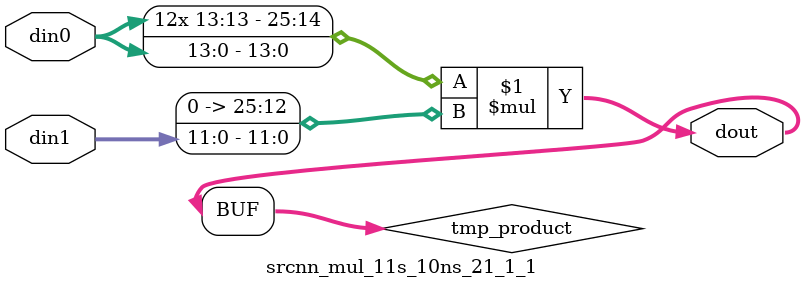
<source format=v>

`timescale 1 ns / 1 ps

  module srcnn_mul_11s_10ns_21_1_1(din0, din1, dout);
parameter ID = 1;
parameter NUM_STAGE = 0;
parameter din0_WIDTH = 14;
parameter din1_WIDTH = 12;
parameter dout_WIDTH = 26;

input [din0_WIDTH - 1 : 0] din0; 
input [din1_WIDTH - 1 : 0] din1; 
output [dout_WIDTH - 1 : 0] dout;

wire signed [dout_WIDTH - 1 : 0] tmp_product;












assign tmp_product = $signed(din0) * $signed({1'b0, din1});









assign dout = tmp_product;







endmodule

</source>
